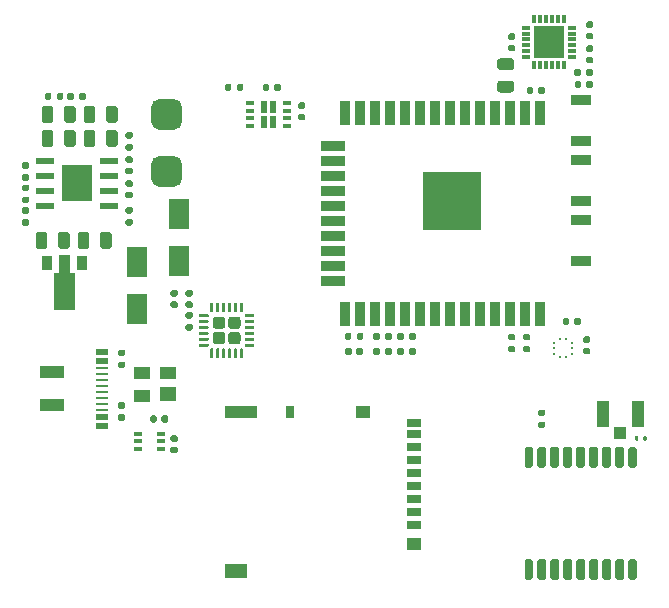
<source format=gbr>
%TF.GenerationSoftware,KiCad,Pcbnew,5.1.9*%
%TF.CreationDate,2021-03-07T20:19:58+01:00*%
%TF.ProjectId,obd32,6f626433-322e-46b6-9963-61645f706362,rev?*%
%TF.SameCoordinates,Original*%
%TF.FileFunction,Paste,Top*%
%TF.FilePolarity,Positive*%
%FSLAX46Y46*%
G04 Gerber Fmt 4.6, Leading zero omitted, Abs format (unit mm)*
G04 Created by KiCad (PCBNEW 5.1.9) date 2021-03-07 20:19:58*
%MOMM*%
%LPD*%
G01*
G04 APERTURE LIST*
%ADD10R,2.000000X1.000000*%
%ADD11R,1.000000X0.270000*%
%ADD12R,1.000000X0.520000*%
%ADD13R,0.254000X0.279400*%
%ADD14R,0.279400X0.254000*%
%ADD15R,1.041400X1.092200*%
%ADD16R,1.041400X2.260600*%
%ADD17R,1.900000X1.300000*%
%ADD18R,2.800000X1.000000*%
%ADD19R,0.800000X1.000000*%
%ADD20R,1.200000X1.000000*%
%ADD21R,1.200000X0.700000*%
%ADD22C,0.100000*%
%ADD23R,0.900000X1.300000*%
%ADD24R,0.900000X2.000000*%
%ADD25R,2.000000X0.900000*%
%ADD26R,5.000000X5.000000*%
%ADD27R,1.700000X0.900000*%
%ADD28R,1.400000X1.000000*%
%ADD29R,1.400000X1.200000*%
%ADD30R,1.800000X2.500000*%
%ADD31R,2.600000X3.100000*%
%ADD32R,1.550000X0.600000*%
%ADD33R,0.650000X0.400000*%
%ADD34R,2.650000X2.750000*%
%ADD35R,0.800000X0.300000*%
%ADD36R,0.300000X0.800000*%
%ADD37R,0.600000X1.000000*%
%ADD38R,0.650000X0.350000*%
G04 APERTURE END LIST*
D10*
%TO.C,J2*%
X199838500Y-93215000D03*
X199838500Y-96015000D03*
D11*
X204038500Y-94365000D03*
X204038500Y-96365000D03*
X204038500Y-95865000D03*
X204038500Y-95365000D03*
X204038500Y-94865000D03*
X204038500Y-93865000D03*
X204038500Y-93365000D03*
X204038500Y-92865000D03*
D12*
X204038500Y-97715000D03*
X204038500Y-96965000D03*
X204038500Y-92265000D03*
X204038500Y-91515000D03*
X204038500Y-91515000D03*
X204038500Y-92265000D03*
X204038500Y-96965000D03*
X204038500Y-97715000D03*
%TD*%
%TO.C,R13*%
G36*
G01*
X206560000Y-79770000D02*
X206190000Y-79770000D01*
G75*
G02*
X206055000Y-79635000I0J135000D01*
G01*
X206055000Y-79365000D01*
G75*
G02*
X206190000Y-79230000I135000J0D01*
G01*
X206560000Y-79230000D01*
G75*
G02*
X206695000Y-79365000I0J-135000D01*
G01*
X206695000Y-79635000D01*
G75*
G02*
X206560000Y-79770000I-135000J0D01*
G01*
G37*
G36*
G01*
X206560000Y-80790000D02*
X206190000Y-80790000D01*
G75*
G02*
X206055000Y-80655000I0J135000D01*
G01*
X206055000Y-80385000D01*
G75*
G02*
X206190000Y-80250000I135000J0D01*
G01*
X206560000Y-80250000D01*
G75*
G02*
X206695000Y-80385000I0J-135000D01*
G01*
X206695000Y-80655000D01*
G75*
G02*
X206560000Y-80790000I-135000J0D01*
G01*
G37*
%TD*%
%TO.C,R18*%
G36*
G01*
X241115000Y-97395000D02*
X241485000Y-97395000D01*
G75*
G02*
X241620000Y-97530000I0J-135000D01*
G01*
X241620000Y-97800000D01*
G75*
G02*
X241485000Y-97935000I-135000J0D01*
G01*
X241115000Y-97935000D01*
G75*
G02*
X240980000Y-97800000I0J135000D01*
G01*
X240980000Y-97530000D01*
G75*
G02*
X241115000Y-97395000I135000J0D01*
G01*
G37*
G36*
G01*
X241115000Y-96375000D02*
X241485000Y-96375000D01*
G75*
G02*
X241620000Y-96510000I0J-135000D01*
G01*
X241620000Y-96780000D01*
G75*
G02*
X241485000Y-96915000I-135000J0D01*
G01*
X241115000Y-96915000D01*
G75*
G02*
X240980000Y-96780000I0J135000D01*
G01*
X240980000Y-96510000D01*
G75*
G02*
X241115000Y-96375000I135000J0D01*
G01*
G37*
%TD*%
%TO.C,R17*%
G36*
G01*
X215025000Y-68903000D02*
X215025000Y-69273000D01*
G75*
G02*
X214890000Y-69408000I-135000J0D01*
G01*
X214620000Y-69408000D01*
G75*
G02*
X214485000Y-69273000I0J135000D01*
G01*
X214485000Y-68903000D01*
G75*
G02*
X214620000Y-68768000I135000J0D01*
G01*
X214890000Y-68768000D01*
G75*
G02*
X215025000Y-68903000I0J-135000D01*
G01*
G37*
G36*
G01*
X216045000Y-68903000D02*
X216045000Y-69273000D01*
G75*
G02*
X215910000Y-69408000I-135000J0D01*
G01*
X215640000Y-69408000D01*
G75*
G02*
X215505000Y-69273000I0J135000D01*
G01*
X215505000Y-68903000D01*
G75*
G02*
X215640000Y-68768000I135000J0D01*
G01*
X215910000Y-68768000D01*
G75*
G02*
X216045000Y-68903000I0J-135000D01*
G01*
G37*
%TD*%
%TO.C,R16*%
G36*
G01*
X205555000Y-96760000D02*
X205925000Y-96760000D01*
G75*
G02*
X206060000Y-96895000I0J-135000D01*
G01*
X206060000Y-97165000D01*
G75*
G02*
X205925000Y-97300000I-135000J0D01*
G01*
X205555000Y-97300000D01*
G75*
G02*
X205420000Y-97165000I0J135000D01*
G01*
X205420000Y-96895000D01*
G75*
G02*
X205555000Y-96760000I135000J0D01*
G01*
G37*
G36*
G01*
X205555000Y-95740000D02*
X205925000Y-95740000D01*
G75*
G02*
X206060000Y-95875000I0J-135000D01*
G01*
X206060000Y-96145000D01*
G75*
G02*
X205925000Y-96280000I-135000J0D01*
G01*
X205555000Y-96280000D01*
G75*
G02*
X205420000Y-96145000I0J135000D01*
G01*
X205420000Y-95875000D01*
G75*
G02*
X205555000Y-95740000I135000J0D01*
G01*
G37*
%TD*%
%TO.C,R15*%
G36*
G01*
X205555000Y-92315000D02*
X205925000Y-92315000D01*
G75*
G02*
X206060000Y-92450000I0J-135000D01*
G01*
X206060000Y-92720000D01*
G75*
G02*
X205925000Y-92855000I-135000J0D01*
G01*
X205555000Y-92855000D01*
G75*
G02*
X205420000Y-92720000I0J135000D01*
G01*
X205420000Y-92450000D01*
G75*
G02*
X205555000Y-92315000I135000J0D01*
G01*
G37*
G36*
G01*
X205555000Y-91295000D02*
X205925000Y-91295000D01*
G75*
G02*
X206060000Y-91430000I0J-135000D01*
G01*
X206060000Y-91700000D01*
G75*
G02*
X205925000Y-91835000I-135000J0D01*
G01*
X205555000Y-91835000D01*
G75*
G02*
X205420000Y-91700000I0J135000D01*
G01*
X205420000Y-91430000D01*
G75*
G02*
X205555000Y-91295000I135000J0D01*
G01*
G37*
%TD*%
%TO.C,R14*%
G36*
G01*
X211270000Y-89140000D02*
X211640000Y-89140000D01*
G75*
G02*
X211775000Y-89275000I0J-135000D01*
G01*
X211775000Y-89545000D01*
G75*
G02*
X211640000Y-89680000I-135000J0D01*
G01*
X211270000Y-89680000D01*
G75*
G02*
X211135000Y-89545000I0J135000D01*
G01*
X211135000Y-89275000D01*
G75*
G02*
X211270000Y-89140000I135000J0D01*
G01*
G37*
G36*
G01*
X211270000Y-88120000D02*
X211640000Y-88120000D01*
G75*
G02*
X211775000Y-88255000I0J-135000D01*
G01*
X211775000Y-88525000D01*
G75*
G02*
X211640000Y-88660000I-135000J0D01*
G01*
X211270000Y-88660000D01*
G75*
G02*
X211135000Y-88525000I0J135000D01*
G01*
X211135000Y-88255000D01*
G75*
G02*
X211270000Y-88120000I135000J0D01*
G01*
G37*
%TD*%
%TO.C,R12*%
G36*
G01*
X206560000Y-73420000D02*
X206190000Y-73420000D01*
G75*
G02*
X206055000Y-73285000I0J135000D01*
G01*
X206055000Y-73015000D01*
G75*
G02*
X206190000Y-72880000I135000J0D01*
G01*
X206560000Y-72880000D01*
G75*
G02*
X206695000Y-73015000I0J-135000D01*
G01*
X206695000Y-73285000D01*
G75*
G02*
X206560000Y-73420000I-135000J0D01*
G01*
G37*
G36*
G01*
X206560000Y-74440000D02*
X206190000Y-74440000D01*
G75*
G02*
X206055000Y-74305000I0J135000D01*
G01*
X206055000Y-74035000D01*
G75*
G02*
X206190000Y-73900000I135000J0D01*
G01*
X206560000Y-73900000D01*
G75*
G02*
X206695000Y-74035000I0J-135000D01*
G01*
X206695000Y-74305000D01*
G75*
G02*
X206560000Y-74440000I-135000J0D01*
G01*
G37*
%TD*%
%TO.C,R11*%
G36*
G01*
X201150000Y-70035000D02*
X201150000Y-69665000D01*
G75*
G02*
X201285000Y-69530000I135000J0D01*
G01*
X201555000Y-69530000D01*
G75*
G02*
X201690000Y-69665000I0J-135000D01*
G01*
X201690000Y-70035000D01*
G75*
G02*
X201555000Y-70170000I-135000J0D01*
G01*
X201285000Y-70170000D01*
G75*
G02*
X201150000Y-70035000I0J135000D01*
G01*
G37*
G36*
G01*
X202170000Y-70035000D02*
X202170000Y-69665000D01*
G75*
G02*
X202305000Y-69530000I135000J0D01*
G01*
X202575000Y-69530000D01*
G75*
G02*
X202710000Y-69665000I0J-135000D01*
G01*
X202710000Y-70035000D01*
G75*
G02*
X202575000Y-70170000I-135000J0D01*
G01*
X202305000Y-70170000D01*
G75*
G02*
X202170000Y-70035000I0J135000D01*
G01*
G37*
%TD*%
%TO.C,R10*%
G36*
G01*
X199245000Y-70035000D02*
X199245000Y-69665000D01*
G75*
G02*
X199380000Y-69530000I135000J0D01*
G01*
X199650000Y-69530000D01*
G75*
G02*
X199785000Y-69665000I0J-135000D01*
G01*
X199785000Y-70035000D01*
G75*
G02*
X199650000Y-70170000I-135000J0D01*
G01*
X199380000Y-70170000D01*
G75*
G02*
X199245000Y-70035000I0J135000D01*
G01*
G37*
G36*
G01*
X200265000Y-70035000D02*
X200265000Y-69665000D01*
G75*
G02*
X200400000Y-69530000I135000J0D01*
G01*
X200670000Y-69530000D01*
G75*
G02*
X200805000Y-69665000I0J-135000D01*
G01*
X200805000Y-70035000D01*
G75*
G02*
X200670000Y-70170000I-135000J0D01*
G01*
X200400000Y-70170000D01*
G75*
G02*
X200265000Y-70035000I0J135000D01*
G01*
G37*
%TD*%
%TO.C,R9*%
G36*
G01*
X197427000Y-80250000D02*
X197797000Y-80250000D01*
G75*
G02*
X197932000Y-80385000I0J-135000D01*
G01*
X197932000Y-80655000D01*
G75*
G02*
X197797000Y-80790000I-135000J0D01*
G01*
X197427000Y-80790000D01*
G75*
G02*
X197292000Y-80655000I0J135000D01*
G01*
X197292000Y-80385000D01*
G75*
G02*
X197427000Y-80250000I135000J0D01*
G01*
G37*
G36*
G01*
X197427000Y-79230000D02*
X197797000Y-79230000D01*
G75*
G02*
X197932000Y-79365000I0J-135000D01*
G01*
X197932000Y-79635000D01*
G75*
G02*
X197797000Y-79770000I-135000J0D01*
G01*
X197427000Y-79770000D01*
G75*
G02*
X197292000Y-79635000I0J135000D01*
G01*
X197292000Y-79365000D01*
G75*
G02*
X197427000Y-79230000I135000J0D01*
G01*
G37*
%TD*%
%TO.C,R8*%
G36*
G01*
X197427000Y-78345000D02*
X197797000Y-78345000D01*
G75*
G02*
X197932000Y-78480000I0J-135000D01*
G01*
X197932000Y-78750000D01*
G75*
G02*
X197797000Y-78885000I-135000J0D01*
G01*
X197427000Y-78885000D01*
G75*
G02*
X197292000Y-78750000I0J135000D01*
G01*
X197292000Y-78480000D01*
G75*
G02*
X197427000Y-78345000I135000J0D01*
G01*
G37*
G36*
G01*
X197427000Y-77325000D02*
X197797000Y-77325000D01*
G75*
G02*
X197932000Y-77460000I0J-135000D01*
G01*
X197932000Y-77730000D01*
G75*
G02*
X197797000Y-77865000I-135000J0D01*
G01*
X197427000Y-77865000D01*
G75*
G02*
X197292000Y-77730000I0J135000D01*
G01*
X197292000Y-77460000D01*
G75*
G02*
X197427000Y-77325000I135000J0D01*
G01*
G37*
%TD*%
%TO.C,R7*%
G36*
G01*
X197797000Y-75960000D02*
X197427000Y-75960000D01*
G75*
G02*
X197292000Y-75825000I0J135000D01*
G01*
X197292000Y-75555000D01*
G75*
G02*
X197427000Y-75420000I135000J0D01*
G01*
X197797000Y-75420000D01*
G75*
G02*
X197932000Y-75555000I0J-135000D01*
G01*
X197932000Y-75825000D01*
G75*
G02*
X197797000Y-75960000I-135000J0D01*
G01*
G37*
G36*
G01*
X197797000Y-76980000D02*
X197427000Y-76980000D01*
G75*
G02*
X197292000Y-76845000I0J135000D01*
G01*
X197292000Y-76575000D01*
G75*
G02*
X197427000Y-76440000I135000J0D01*
G01*
X197797000Y-76440000D01*
G75*
G02*
X197932000Y-76575000I0J-135000D01*
G01*
X197932000Y-76845000D01*
G75*
G02*
X197797000Y-76980000I-135000J0D01*
G01*
G37*
%TD*%
%TO.C,R6*%
G36*
G01*
X229630000Y-89985000D02*
X229630000Y-90355000D01*
G75*
G02*
X229495000Y-90490000I-135000J0D01*
G01*
X229225000Y-90490000D01*
G75*
G02*
X229090000Y-90355000I0J135000D01*
G01*
X229090000Y-89985000D01*
G75*
G02*
X229225000Y-89850000I135000J0D01*
G01*
X229495000Y-89850000D01*
G75*
G02*
X229630000Y-89985000I0J-135000D01*
G01*
G37*
G36*
G01*
X230650000Y-89985000D02*
X230650000Y-90355000D01*
G75*
G02*
X230515000Y-90490000I-135000J0D01*
G01*
X230245000Y-90490000D01*
G75*
G02*
X230110000Y-90355000I0J135000D01*
G01*
X230110000Y-89985000D01*
G75*
G02*
X230245000Y-89850000I135000J0D01*
G01*
X230515000Y-89850000D01*
G75*
G02*
X230650000Y-89985000I0J-135000D01*
G01*
G37*
%TD*%
%TO.C,R5*%
G36*
G01*
X227598000Y-89985000D02*
X227598000Y-90355000D01*
G75*
G02*
X227463000Y-90490000I-135000J0D01*
G01*
X227193000Y-90490000D01*
G75*
G02*
X227058000Y-90355000I0J135000D01*
G01*
X227058000Y-89985000D01*
G75*
G02*
X227193000Y-89850000I135000J0D01*
G01*
X227463000Y-89850000D01*
G75*
G02*
X227598000Y-89985000I0J-135000D01*
G01*
G37*
G36*
G01*
X228618000Y-89985000D02*
X228618000Y-90355000D01*
G75*
G02*
X228483000Y-90490000I-135000J0D01*
G01*
X228213000Y-90490000D01*
G75*
G02*
X228078000Y-90355000I0J135000D01*
G01*
X228078000Y-89985000D01*
G75*
G02*
X228213000Y-89850000I135000J0D01*
G01*
X228483000Y-89850000D01*
G75*
G02*
X228618000Y-89985000I0J-135000D01*
G01*
G37*
%TD*%
%TO.C,R4*%
G36*
G01*
X225185000Y-89985000D02*
X225185000Y-90355000D01*
G75*
G02*
X225050000Y-90490000I-135000J0D01*
G01*
X224780000Y-90490000D01*
G75*
G02*
X224645000Y-90355000I0J135000D01*
G01*
X224645000Y-89985000D01*
G75*
G02*
X224780000Y-89850000I135000J0D01*
G01*
X225050000Y-89850000D01*
G75*
G02*
X225185000Y-89985000I0J-135000D01*
G01*
G37*
G36*
G01*
X226205000Y-89985000D02*
X226205000Y-90355000D01*
G75*
G02*
X226070000Y-90490000I-135000J0D01*
G01*
X225800000Y-90490000D01*
G75*
G02*
X225665000Y-90355000I0J135000D01*
G01*
X225665000Y-89985000D01*
G75*
G02*
X225800000Y-89850000I135000J0D01*
G01*
X226070000Y-89850000D01*
G75*
G02*
X226205000Y-89985000I0J-135000D01*
G01*
G37*
%TD*%
%TO.C,R3*%
G36*
G01*
X245096000Y-68003000D02*
X245096000Y-67633000D01*
G75*
G02*
X245231000Y-67498000I135000J0D01*
G01*
X245501000Y-67498000D01*
G75*
G02*
X245636000Y-67633000I0J-135000D01*
G01*
X245636000Y-68003000D01*
G75*
G02*
X245501000Y-68138000I-135000J0D01*
G01*
X245231000Y-68138000D01*
G75*
G02*
X245096000Y-68003000I0J135000D01*
G01*
G37*
G36*
G01*
X244076000Y-68003000D02*
X244076000Y-67633000D01*
G75*
G02*
X244211000Y-67498000I135000J0D01*
G01*
X244481000Y-67498000D01*
G75*
G02*
X244616000Y-67633000I0J-135000D01*
G01*
X244616000Y-68003000D01*
G75*
G02*
X244481000Y-68138000I-135000J0D01*
G01*
X244211000Y-68138000D01*
G75*
G02*
X244076000Y-68003000I0J135000D01*
G01*
G37*
%TD*%
%TO.C,R2*%
G36*
G01*
X240215000Y-90504000D02*
X239845000Y-90504000D01*
G75*
G02*
X239710000Y-90369000I0J135000D01*
G01*
X239710000Y-90099000D01*
G75*
G02*
X239845000Y-89964000I135000J0D01*
G01*
X240215000Y-89964000D01*
G75*
G02*
X240350000Y-90099000I0J-135000D01*
G01*
X240350000Y-90369000D01*
G75*
G02*
X240215000Y-90504000I-135000J0D01*
G01*
G37*
G36*
G01*
X240215000Y-91524000D02*
X239845000Y-91524000D01*
G75*
G02*
X239710000Y-91389000I0J135000D01*
G01*
X239710000Y-91119000D01*
G75*
G02*
X239845000Y-90984000I135000J0D01*
G01*
X240215000Y-90984000D01*
G75*
G02*
X240350000Y-91119000I0J-135000D01*
G01*
X240350000Y-91389000D01*
G75*
G02*
X240215000Y-91524000I-135000J0D01*
G01*
G37*
%TD*%
%TO.C,R1*%
G36*
G01*
X238575000Y-90984000D02*
X238945000Y-90984000D01*
G75*
G02*
X239080000Y-91119000I0J-135000D01*
G01*
X239080000Y-91389000D01*
G75*
G02*
X238945000Y-91524000I-135000J0D01*
G01*
X238575000Y-91524000D01*
G75*
G02*
X238440000Y-91389000I0J135000D01*
G01*
X238440000Y-91119000D01*
G75*
G02*
X238575000Y-90984000I135000J0D01*
G01*
G37*
G36*
G01*
X238575000Y-89964000D02*
X238945000Y-89964000D01*
G75*
G02*
X239080000Y-90099000I0J-135000D01*
G01*
X239080000Y-90369000D01*
G75*
G02*
X238945000Y-90504000I-135000J0D01*
G01*
X238575000Y-90504000D01*
G75*
G02*
X238440000Y-90369000I0J135000D01*
G01*
X238440000Y-90099000D01*
G75*
G02*
X238575000Y-89964000I135000J0D01*
G01*
G37*
%TD*%
%TO.C,C22*%
G36*
G01*
X243640000Y-88730000D02*
X243640000Y-89070000D01*
G75*
G02*
X243500000Y-89210000I-140000J0D01*
G01*
X243220000Y-89210000D01*
G75*
G02*
X243080000Y-89070000I0J140000D01*
G01*
X243080000Y-88730000D01*
G75*
G02*
X243220000Y-88590000I140000J0D01*
G01*
X243500000Y-88590000D01*
G75*
G02*
X243640000Y-88730000I0J-140000D01*
G01*
G37*
G36*
G01*
X244600000Y-88730000D02*
X244600000Y-89070000D01*
G75*
G02*
X244460000Y-89210000I-140000J0D01*
G01*
X244180000Y-89210000D01*
G75*
G02*
X244040000Y-89070000I0J140000D01*
G01*
X244040000Y-88730000D01*
G75*
G02*
X244180000Y-88590000I140000J0D01*
G01*
X244460000Y-88590000D01*
G75*
G02*
X244600000Y-88730000I0J-140000D01*
G01*
G37*
%TD*%
%TO.C,C21*%
G36*
G01*
X210355000Y-99114000D02*
X210015000Y-99114000D01*
G75*
G02*
X209875000Y-98974000I0J140000D01*
G01*
X209875000Y-98694000D01*
G75*
G02*
X210015000Y-98554000I140000J0D01*
G01*
X210355000Y-98554000D01*
G75*
G02*
X210495000Y-98694000I0J-140000D01*
G01*
X210495000Y-98974000D01*
G75*
G02*
X210355000Y-99114000I-140000J0D01*
G01*
G37*
G36*
G01*
X210355000Y-100074000D02*
X210015000Y-100074000D01*
G75*
G02*
X209875000Y-99934000I0J140000D01*
G01*
X209875000Y-99654000D01*
G75*
G02*
X210015000Y-99514000I140000J0D01*
G01*
X210355000Y-99514000D01*
G75*
G02*
X210495000Y-99654000I0J-140000D01*
G01*
X210495000Y-99934000D01*
G75*
G02*
X210355000Y-100074000I-140000J0D01*
G01*
G37*
%TD*%
%TO.C,C20*%
G36*
G01*
X220810000Y-71320000D02*
X221150000Y-71320000D01*
G75*
G02*
X221290000Y-71460000I0J-140000D01*
G01*
X221290000Y-71740000D01*
G75*
G02*
X221150000Y-71880000I-140000J0D01*
G01*
X220810000Y-71880000D01*
G75*
G02*
X220670000Y-71740000I0J140000D01*
G01*
X220670000Y-71460000D01*
G75*
G02*
X220810000Y-71320000I140000J0D01*
G01*
G37*
G36*
G01*
X220810000Y-70360000D02*
X221150000Y-70360000D01*
G75*
G02*
X221290000Y-70500000I0J-140000D01*
G01*
X221290000Y-70780000D01*
G75*
G02*
X221150000Y-70920000I-140000J0D01*
G01*
X220810000Y-70920000D01*
G75*
G02*
X220670000Y-70780000I0J140000D01*
G01*
X220670000Y-70500000D01*
G75*
G02*
X220810000Y-70360000I140000J0D01*
G01*
G37*
%TD*%
%TO.C,C19*%
G36*
G01*
X209115000Y-97325000D02*
X209115000Y-96985000D01*
G75*
G02*
X209255000Y-96845000I140000J0D01*
G01*
X209535000Y-96845000D01*
G75*
G02*
X209675000Y-96985000I0J-140000D01*
G01*
X209675000Y-97325000D01*
G75*
G02*
X209535000Y-97465000I-140000J0D01*
G01*
X209255000Y-97465000D01*
G75*
G02*
X209115000Y-97325000I0J140000D01*
G01*
G37*
G36*
G01*
X208155000Y-97325000D02*
X208155000Y-96985000D01*
G75*
G02*
X208295000Y-96845000I140000J0D01*
G01*
X208575000Y-96845000D01*
G75*
G02*
X208715000Y-96985000I0J-140000D01*
G01*
X208715000Y-97325000D01*
G75*
G02*
X208575000Y-97465000I-140000J0D01*
G01*
X208295000Y-97465000D01*
G75*
G02*
X208155000Y-97325000I0J140000D01*
G01*
G37*
%TD*%
%TO.C,C18*%
G36*
G01*
X218240000Y-68918000D02*
X218240000Y-69258000D01*
G75*
G02*
X218100000Y-69398000I-140000J0D01*
G01*
X217820000Y-69398000D01*
G75*
G02*
X217680000Y-69258000I0J140000D01*
G01*
X217680000Y-68918000D01*
G75*
G02*
X217820000Y-68778000I140000J0D01*
G01*
X218100000Y-68778000D01*
G75*
G02*
X218240000Y-68918000I0J-140000D01*
G01*
G37*
G36*
G01*
X219200000Y-68918000D02*
X219200000Y-69258000D01*
G75*
G02*
X219060000Y-69398000I-140000J0D01*
G01*
X218780000Y-69398000D01*
G75*
G02*
X218640000Y-69258000I0J140000D01*
G01*
X218640000Y-68918000D01*
G75*
G02*
X218780000Y-68778000I140000J0D01*
G01*
X219060000Y-68778000D01*
G75*
G02*
X219200000Y-68918000I0J-140000D01*
G01*
G37*
%TD*%
%TO.C,C17*%
G36*
G01*
X245280000Y-90732000D02*
X244940000Y-90732000D01*
G75*
G02*
X244800000Y-90592000I0J140000D01*
G01*
X244800000Y-90312000D01*
G75*
G02*
X244940000Y-90172000I140000J0D01*
G01*
X245280000Y-90172000D01*
G75*
G02*
X245420000Y-90312000I0J-140000D01*
G01*
X245420000Y-90592000D01*
G75*
G02*
X245280000Y-90732000I-140000J0D01*
G01*
G37*
G36*
G01*
X245280000Y-91692000D02*
X244940000Y-91692000D01*
G75*
G02*
X244800000Y-91552000I0J140000D01*
G01*
X244800000Y-91272000D01*
G75*
G02*
X244940000Y-91132000I140000J0D01*
G01*
X245280000Y-91132000D01*
G75*
G02*
X245420000Y-91272000I0J-140000D01*
G01*
X245420000Y-91552000D01*
G75*
G02*
X245280000Y-91692000I-140000J0D01*
G01*
G37*
%TD*%
%TO.C,C16*%
G36*
G01*
X245534000Y-66094000D02*
X245194000Y-66094000D01*
G75*
G02*
X245054000Y-65954000I0J140000D01*
G01*
X245054000Y-65674000D01*
G75*
G02*
X245194000Y-65534000I140000J0D01*
G01*
X245534000Y-65534000D01*
G75*
G02*
X245674000Y-65674000I0J-140000D01*
G01*
X245674000Y-65954000D01*
G75*
G02*
X245534000Y-66094000I-140000J0D01*
G01*
G37*
G36*
G01*
X245534000Y-67054000D02*
X245194000Y-67054000D01*
G75*
G02*
X245054000Y-66914000I0J140000D01*
G01*
X245054000Y-66634000D01*
G75*
G02*
X245194000Y-66494000I140000J0D01*
G01*
X245534000Y-66494000D01*
G75*
G02*
X245674000Y-66634000I0J-140000D01*
G01*
X245674000Y-66914000D01*
G75*
G02*
X245534000Y-67054000I-140000J0D01*
G01*
G37*
%TD*%
%TO.C,C15*%
G36*
G01*
X238590000Y-65478000D02*
X238930000Y-65478000D01*
G75*
G02*
X239070000Y-65618000I0J-140000D01*
G01*
X239070000Y-65898000D01*
G75*
G02*
X238930000Y-66038000I-140000J0D01*
G01*
X238590000Y-66038000D01*
G75*
G02*
X238450000Y-65898000I0J140000D01*
G01*
X238450000Y-65618000D01*
G75*
G02*
X238590000Y-65478000I140000J0D01*
G01*
G37*
G36*
G01*
X238590000Y-64518000D02*
X238930000Y-64518000D01*
G75*
G02*
X239070000Y-64658000I0J-140000D01*
G01*
X239070000Y-64938000D01*
G75*
G02*
X238930000Y-65078000I-140000J0D01*
G01*
X238590000Y-65078000D01*
G75*
G02*
X238450000Y-64938000I0J140000D01*
G01*
X238450000Y-64658000D01*
G75*
G02*
X238590000Y-64518000I140000J0D01*
G01*
G37*
%TD*%
%TO.C,C14*%
G36*
G01*
X245194000Y-64462000D02*
X245534000Y-64462000D01*
G75*
G02*
X245674000Y-64602000I0J-140000D01*
G01*
X245674000Y-64882000D01*
G75*
G02*
X245534000Y-65022000I-140000J0D01*
G01*
X245194000Y-65022000D01*
G75*
G02*
X245054000Y-64882000I0J140000D01*
G01*
X245054000Y-64602000D01*
G75*
G02*
X245194000Y-64462000I140000J0D01*
G01*
G37*
G36*
G01*
X245194000Y-63502000D02*
X245534000Y-63502000D01*
G75*
G02*
X245674000Y-63642000I0J-140000D01*
G01*
X245674000Y-63922000D01*
G75*
G02*
X245534000Y-64062000I-140000J0D01*
G01*
X245194000Y-64062000D01*
G75*
G02*
X245054000Y-63922000I0J140000D01*
G01*
X245054000Y-63642000D01*
G75*
G02*
X245194000Y-63502000I140000J0D01*
G01*
G37*
%TD*%
%TO.C,C10*%
G36*
G01*
X210355000Y-86795000D02*
X210015000Y-86795000D01*
G75*
G02*
X209875000Y-86655000I0J140000D01*
G01*
X209875000Y-86375000D01*
G75*
G02*
X210015000Y-86235000I140000J0D01*
G01*
X210355000Y-86235000D01*
G75*
G02*
X210495000Y-86375000I0J-140000D01*
G01*
X210495000Y-86655000D01*
G75*
G02*
X210355000Y-86795000I-140000J0D01*
G01*
G37*
G36*
G01*
X210355000Y-87755000D02*
X210015000Y-87755000D01*
G75*
G02*
X209875000Y-87615000I0J140000D01*
G01*
X209875000Y-87335000D01*
G75*
G02*
X210015000Y-87195000I140000J0D01*
G01*
X210355000Y-87195000D01*
G75*
G02*
X210495000Y-87335000I0J-140000D01*
G01*
X210495000Y-87615000D01*
G75*
G02*
X210355000Y-87755000I-140000J0D01*
G01*
G37*
%TD*%
%TO.C,C9*%
G36*
G01*
X240992000Y-69512000D02*
X240992000Y-69172000D01*
G75*
G02*
X241132000Y-69032000I140000J0D01*
G01*
X241412000Y-69032000D01*
G75*
G02*
X241552000Y-69172000I0J-140000D01*
G01*
X241552000Y-69512000D01*
G75*
G02*
X241412000Y-69652000I-140000J0D01*
G01*
X241132000Y-69652000D01*
G75*
G02*
X240992000Y-69512000I0J140000D01*
G01*
G37*
G36*
G01*
X240032000Y-69512000D02*
X240032000Y-69172000D01*
G75*
G02*
X240172000Y-69032000I140000J0D01*
G01*
X240452000Y-69032000D01*
G75*
G02*
X240592000Y-69172000I0J-140000D01*
G01*
X240592000Y-69512000D01*
G75*
G02*
X240452000Y-69652000I-140000J0D01*
G01*
X240172000Y-69652000D01*
G75*
G02*
X240032000Y-69512000I0J140000D01*
G01*
G37*
%TD*%
%TO.C,C7*%
G36*
G01*
X211625000Y-86795000D02*
X211285000Y-86795000D01*
G75*
G02*
X211145000Y-86655000I0J140000D01*
G01*
X211145000Y-86375000D01*
G75*
G02*
X211285000Y-86235000I140000J0D01*
G01*
X211625000Y-86235000D01*
G75*
G02*
X211765000Y-86375000I0J-140000D01*
G01*
X211765000Y-86655000D01*
G75*
G02*
X211625000Y-86795000I-140000J0D01*
G01*
G37*
G36*
G01*
X211625000Y-87755000D02*
X211285000Y-87755000D01*
G75*
G02*
X211145000Y-87615000I0J140000D01*
G01*
X211145000Y-87335000D01*
G75*
G02*
X211285000Y-87195000I140000J0D01*
G01*
X211625000Y-87195000D01*
G75*
G02*
X211765000Y-87335000I0J-140000D01*
G01*
X211765000Y-87615000D01*
G75*
G02*
X211625000Y-87755000I-140000J0D01*
G01*
G37*
%TD*%
%TO.C,C2*%
G36*
G01*
X244656000Y-68664000D02*
X244656000Y-69004000D01*
G75*
G02*
X244516000Y-69144000I-140000J0D01*
G01*
X244236000Y-69144000D01*
G75*
G02*
X244096000Y-69004000I0J140000D01*
G01*
X244096000Y-68664000D01*
G75*
G02*
X244236000Y-68524000I140000J0D01*
G01*
X244516000Y-68524000D01*
G75*
G02*
X244656000Y-68664000I0J-140000D01*
G01*
G37*
G36*
G01*
X245616000Y-68664000D02*
X245616000Y-69004000D01*
G75*
G02*
X245476000Y-69144000I-140000J0D01*
G01*
X245196000Y-69144000D01*
G75*
G02*
X245056000Y-69004000I0J140000D01*
G01*
X245056000Y-68664000D01*
G75*
G02*
X245196000Y-68524000I140000J0D01*
G01*
X245476000Y-68524000D01*
G75*
G02*
X245616000Y-68664000I0J-140000D01*
G01*
G37*
%TD*%
D13*
%TO.C,U6*%
X242828000Y-90424000D03*
X243328000Y-90424000D03*
D14*
X243840000Y-90686001D03*
X243840000Y-91186000D03*
X243840000Y-91685999D03*
D13*
X243328000Y-91948000D03*
X242828000Y-91948000D03*
D14*
X242316000Y-91685999D03*
X242316000Y-91186000D03*
X242316000Y-90686001D03*
%TD*%
D15*
%TO.C,J7*%
X247957500Y-98370000D03*
D16*
X249428000Y-96774000D03*
X246487000Y-96774000D03*
%TD*%
%TO.C,U9*%
G36*
G01*
X240377000Y-101306000D02*
X240027000Y-101306000D01*
G75*
G02*
X239852000Y-101131000I0J175000D01*
G01*
X239852000Y-99681000D01*
G75*
G02*
X240027000Y-99506000I175000J0D01*
G01*
X240377000Y-99506000D01*
G75*
G02*
X240552000Y-99681000I0J-175000D01*
G01*
X240552000Y-101131000D01*
G75*
G02*
X240377000Y-101306000I-175000J0D01*
G01*
G37*
G36*
G01*
X241502000Y-101306000D02*
X241102000Y-101306000D01*
G75*
G02*
X240902000Y-101106000I0J200000D01*
G01*
X240902000Y-99706000D01*
G75*
G02*
X241102000Y-99506000I200000J0D01*
G01*
X241502000Y-99506000D01*
G75*
G02*
X241702000Y-99706000I0J-200000D01*
G01*
X241702000Y-101106000D01*
G75*
G02*
X241502000Y-101306000I-200000J0D01*
G01*
G37*
G36*
G01*
X242602000Y-101306000D02*
X242202000Y-101306000D01*
G75*
G02*
X242002000Y-101106000I0J200000D01*
G01*
X242002000Y-99706000D01*
G75*
G02*
X242202000Y-99506000I200000J0D01*
G01*
X242602000Y-99506000D01*
G75*
G02*
X242802000Y-99706000I0J-200000D01*
G01*
X242802000Y-101106000D01*
G75*
G02*
X242602000Y-101306000I-200000J0D01*
G01*
G37*
G36*
G01*
X243702000Y-101306000D02*
X243302000Y-101306000D01*
G75*
G02*
X243102000Y-101106000I0J200000D01*
G01*
X243102000Y-99706000D01*
G75*
G02*
X243302000Y-99506000I200000J0D01*
G01*
X243702000Y-99506000D01*
G75*
G02*
X243902000Y-99706000I0J-200000D01*
G01*
X243902000Y-101106000D01*
G75*
G02*
X243702000Y-101306000I-200000J0D01*
G01*
G37*
G36*
G01*
X244802000Y-101306000D02*
X244402000Y-101306000D01*
G75*
G02*
X244202000Y-101106000I0J200000D01*
G01*
X244202000Y-99706000D01*
G75*
G02*
X244402000Y-99506000I200000J0D01*
G01*
X244802000Y-99506000D01*
G75*
G02*
X245002000Y-99706000I0J-200000D01*
G01*
X245002000Y-101106000D01*
G75*
G02*
X244802000Y-101306000I-200000J0D01*
G01*
G37*
G36*
G01*
X245902000Y-101306000D02*
X245502000Y-101306000D01*
G75*
G02*
X245302000Y-101106000I0J200000D01*
G01*
X245302000Y-99706000D01*
G75*
G02*
X245502000Y-99506000I200000J0D01*
G01*
X245902000Y-99506000D01*
G75*
G02*
X246102000Y-99706000I0J-200000D01*
G01*
X246102000Y-101106000D01*
G75*
G02*
X245902000Y-101306000I-200000J0D01*
G01*
G37*
G36*
G01*
X247002000Y-101306000D02*
X246602000Y-101306000D01*
G75*
G02*
X246402000Y-101106000I0J200000D01*
G01*
X246402000Y-99706000D01*
G75*
G02*
X246602000Y-99506000I200000J0D01*
G01*
X247002000Y-99506000D01*
G75*
G02*
X247202000Y-99706000I0J-200000D01*
G01*
X247202000Y-101106000D01*
G75*
G02*
X247002000Y-101306000I-200000J0D01*
G01*
G37*
G36*
G01*
X248102000Y-101306000D02*
X247702000Y-101306000D01*
G75*
G02*
X247502000Y-101106000I0J200000D01*
G01*
X247502000Y-99706000D01*
G75*
G02*
X247702000Y-99506000I200000J0D01*
G01*
X248102000Y-99506000D01*
G75*
G02*
X248302000Y-99706000I0J-200000D01*
G01*
X248302000Y-101106000D01*
G75*
G02*
X248102000Y-101306000I-200000J0D01*
G01*
G37*
G36*
G01*
X249177000Y-101306000D02*
X248827000Y-101306000D01*
G75*
G02*
X248652000Y-101131000I0J175000D01*
G01*
X248652000Y-99681000D01*
G75*
G02*
X248827000Y-99506000I175000J0D01*
G01*
X249177000Y-99506000D01*
G75*
G02*
X249352000Y-99681000I0J-175000D01*
G01*
X249352000Y-101131000D01*
G75*
G02*
X249177000Y-101306000I-175000J0D01*
G01*
G37*
G36*
G01*
X249177000Y-110806000D02*
X248827000Y-110806000D01*
G75*
G02*
X248652000Y-110631000I0J175000D01*
G01*
X248652000Y-109181000D01*
G75*
G02*
X248827000Y-109006000I175000J0D01*
G01*
X249177000Y-109006000D01*
G75*
G02*
X249352000Y-109181000I0J-175000D01*
G01*
X249352000Y-110631000D01*
G75*
G02*
X249177000Y-110806000I-175000J0D01*
G01*
G37*
G36*
G01*
X248102000Y-110806000D02*
X247702000Y-110806000D01*
G75*
G02*
X247502000Y-110606000I0J200000D01*
G01*
X247502000Y-109206000D01*
G75*
G02*
X247702000Y-109006000I200000J0D01*
G01*
X248102000Y-109006000D01*
G75*
G02*
X248302000Y-109206000I0J-200000D01*
G01*
X248302000Y-110606000D01*
G75*
G02*
X248102000Y-110806000I-200000J0D01*
G01*
G37*
G36*
G01*
X247002000Y-110806000D02*
X246602000Y-110806000D01*
G75*
G02*
X246402000Y-110606000I0J200000D01*
G01*
X246402000Y-109206000D01*
G75*
G02*
X246602000Y-109006000I200000J0D01*
G01*
X247002000Y-109006000D01*
G75*
G02*
X247202000Y-109206000I0J-200000D01*
G01*
X247202000Y-110606000D01*
G75*
G02*
X247002000Y-110806000I-200000J0D01*
G01*
G37*
G36*
G01*
X245902000Y-110806000D02*
X245502000Y-110806000D01*
G75*
G02*
X245302000Y-110606000I0J200000D01*
G01*
X245302000Y-109206000D01*
G75*
G02*
X245502000Y-109006000I200000J0D01*
G01*
X245902000Y-109006000D01*
G75*
G02*
X246102000Y-109206000I0J-200000D01*
G01*
X246102000Y-110606000D01*
G75*
G02*
X245902000Y-110806000I-200000J0D01*
G01*
G37*
G36*
G01*
X244802000Y-110806000D02*
X244402000Y-110806000D01*
G75*
G02*
X244202000Y-110606000I0J200000D01*
G01*
X244202000Y-109206000D01*
G75*
G02*
X244402000Y-109006000I200000J0D01*
G01*
X244802000Y-109006000D01*
G75*
G02*
X245002000Y-109206000I0J-200000D01*
G01*
X245002000Y-110606000D01*
G75*
G02*
X244802000Y-110806000I-200000J0D01*
G01*
G37*
G36*
G01*
X243702000Y-110806000D02*
X243302000Y-110806000D01*
G75*
G02*
X243102000Y-110606000I0J200000D01*
G01*
X243102000Y-109206000D01*
G75*
G02*
X243302000Y-109006000I200000J0D01*
G01*
X243702000Y-109006000D01*
G75*
G02*
X243902000Y-109206000I0J-200000D01*
G01*
X243902000Y-110606000D01*
G75*
G02*
X243702000Y-110806000I-200000J0D01*
G01*
G37*
G36*
G01*
X242602000Y-110806000D02*
X242202000Y-110806000D01*
G75*
G02*
X242002000Y-110606000I0J200000D01*
G01*
X242002000Y-109206000D01*
G75*
G02*
X242202000Y-109006000I200000J0D01*
G01*
X242602000Y-109006000D01*
G75*
G02*
X242802000Y-109206000I0J-200000D01*
G01*
X242802000Y-110606000D01*
G75*
G02*
X242602000Y-110806000I-200000J0D01*
G01*
G37*
G36*
G01*
X241502000Y-110806000D02*
X241102000Y-110806000D01*
G75*
G02*
X240902000Y-110606000I0J200000D01*
G01*
X240902000Y-109206000D01*
G75*
G02*
X241102000Y-109006000I200000J0D01*
G01*
X241502000Y-109006000D01*
G75*
G02*
X241702000Y-109206000I0J-200000D01*
G01*
X241702000Y-110606000D01*
G75*
G02*
X241502000Y-110806000I-200000J0D01*
G01*
G37*
G36*
G01*
X240377000Y-110806000D02*
X240027000Y-110806000D01*
G75*
G02*
X239852000Y-110631000I0J175000D01*
G01*
X239852000Y-109181000D01*
G75*
G02*
X240027000Y-109006000I175000J0D01*
G01*
X240377000Y-109006000D01*
G75*
G02*
X240552000Y-109181000I0J-175000D01*
G01*
X240552000Y-110631000D01*
G75*
G02*
X240377000Y-110806000I-175000J0D01*
G01*
G37*
%TD*%
D17*
%TO.C,J6*%
X215383000Y-110053000D03*
D18*
X215833000Y-96553000D03*
D19*
X219983000Y-96553000D03*
D20*
X226183000Y-96553000D03*
X230483000Y-107703000D03*
D21*
X230483000Y-99553000D03*
X230483000Y-100653000D03*
X230483000Y-101753000D03*
X230483000Y-102853000D03*
X230483000Y-103953000D03*
X230483000Y-105053000D03*
X230483000Y-106153000D03*
X230483000Y-98453000D03*
X230483000Y-97503000D03*
%TD*%
%TO.C,D7*%
G36*
G01*
X249868000Y-98906500D02*
X249868000Y-98705500D01*
G75*
G02*
X249947500Y-98626000I79500J0D01*
G01*
X250106500Y-98626000D01*
G75*
G02*
X250186000Y-98705500I0J-79500D01*
G01*
X250186000Y-98906500D01*
G75*
G02*
X250106500Y-98986000I-79500J0D01*
G01*
X249947500Y-98986000D01*
G75*
G02*
X249868000Y-98906500I0J79500D01*
G01*
G37*
G36*
G01*
X249178000Y-98906500D02*
X249178000Y-98705500D01*
G75*
G02*
X249257500Y-98626000I79500J0D01*
G01*
X249416500Y-98626000D01*
G75*
G02*
X249496000Y-98705500I0J-79500D01*
G01*
X249496000Y-98906500D01*
G75*
G02*
X249416500Y-98986000I-79500J0D01*
G01*
X249257500Y-98986000D01*
G75*
G02*
X249178000Y-98906500I0J79500D01*
G01*
G37*
%TD*%
D22*
%TO.C,U3*%
G36*
X200047500Y-87898000D02*
G01*
X200047500Y-84773000D01*
X200464000Y-84773000D01*
X200464000Y-83298000D01*
X201364000Y-83298000D01*
X201364000Y-84773000D01*
X201780500Y-84773000D01*
X201780500Y-87898000D01*
X200047500Y-87898000D01*
G37*
D23*
X199414000Y-83948000D03*
X202414000Y-83948000D03*
%TD*%
D24*
%TO.C,U2*%
X241180000Y-88240000D03*
X239910000Y-88240000D03*
X238640000Y-88240000D03*
X237370000Y-88240000D03*
X236100000Y-88240000D03*
X234830000Y-88240000D03*
X233560000Y-88240000D03*
X232290000Y-88240000D03*
X231020000Y-88240000D03*
X229750000Y-88240000D03*
X228480000Y-88240000D03*
X227210000Y-88240000D03*
X225940000Y-88240000D03*
X224670000Y-88240000D03*
D25*
X223670000Y-85455000D03*
X223670000Y-84185000D03*
X223670000Y-82915000D03*
X223670000Y-81645000D03*
X223670000Y-80375000D03*
X223670000Y-79105000D03*
X223670000Y-77835000D03*
X223670000Y-76565000D03*
X223670000Y-75295000D03*
X223670000Y-74025000D03*
D24*
X224670000Y-71240000D03*
X225940000Y-71240000D03*
X227210000Y-71240000D03*
X228480000Y-71240000D03*
X229750000Y-71240000D03*
X231020000Y-71240000D03*
X232290000Y-71240000D03*
X233560000Y-71240000D03*
X234830000Y-71240000D03*
X236100000Y-71240000D03*
X237370000Y-71240000D03*
X238640000Y-71240000D03*
X239910000Y-71240000D03*
X241180000Y-71240000D03*
D26*
X233680000Y-78740000D03*
%TD*%
%TO.C,D3*%
G36*
G01*
X229680000Y-91267500D02*
X229680000Y-91612500D01*
G75*
G02*
X229532500Y-91760000I-147500J0D01*
G01*
X229237500Y-91760000D01*
G75*
G02*
X229090000Y-91612500I0J147500D01*
G01*
X229090000Y-91267500D01*
G75*
G02*
X229237500Y-91120000I147500J0D01*
G01*
X229532500Y-91120000D01*
G75*
G02*
X229680000Y-91267500I0J-147500D01*
G01*
G37*
G36*
G01*
X230650000Y-91267500D02*
X230650000Y-91612500D01*
G75*
G02*
X230502500Y-91760000I-147500J0D01*
G01*
X230207500Y-91760000D01*
G75*
G02*
X230060000Y-91612500I0J147500D01*
G01*
X230060000Y-91267500D01*
G75*
G02*
X230207500Y-91120000I147500J0D01*
G01*
X230502500Y-91120000D01*
G75*
G02*
X230650000Y-91267500I0J-147500D01*
G01*
G37*
%TD*%
D27*
%TO.C,SW3*%
X244602000Y-83742000D03*
X244602000Y-80342000D03*
%TD*%
%TO.C,C6*%
G36*
G01*
X238727000Y-67622000D02*
X237777000Y-67622000D01*
G75*
G02*
X237527000Y-67372000I0J250000D01*
G01*
X237527000Y-66872000D01*
G75*
G02*
X237777000Y-66622000I250000J0D01*
G01*
X238727000Y-66622000D01*
G75*
G02*
X238977000Y-66872000I0J-250000D01*
G01*
X238977000Y-67372000D01*
G75*
G02*
X238727000Y-67622000I-250000J0D01*
G01*
G37*
G36*
G01*
X238727000Y-69522000D02*
X237777000Y-69522000D01*
G75*
G02*
X237527000Y-69272000I0J250000D01*
G01*
X237527000Y-68772000D01*
G75*
G02*
X237777000Y-68522000I250000J0D01*
G01*
X238727000Y-68522000D01*
G75*
G02*
X238977000Y-68772000I0J-250000D01*
G01*
X238977000Y-69272000D01*
G75*
G02*
X238727000Y-69522000I-250000J0D01*
G01*
G37*
%TD*%
D28*
%TO.C,D6*%
X207434000Y-95184000D03*
X207434000Y-93284000D03*
X209634000Y-93284000D03*
D29*
X209634000Y-95004000D03*
%TD*%
%TO.C,U4*%
G36*
G01*
X213704999Y-89787000D02*
X214255001Y-89787000D01*
G75*
G02*
X214505000Y-90036999I0J-249999D01*
G01*
X214505000Y-90587001D01*
G75*
G02*
X214255001Y-90837000I-249999J0D01*
G01*
X213704999Y-90837000D01*
G75*
G02*
X213455000Y-90587001I0J249999D01*
G01*
X213455000Y-90036999D01*
G75*
G02*
X213704999Y-89787000I249999J0D01*
G01*
G37*
G36*
G01*
X215004999Y-89787000D02*
X215555001Y-89787000D01*
G75*
G02*
X215805000Y-90036999I0J-249999D01*
G01*
X215805000Y-90587001D01*
G75*
G02*
X215555001Y-90837000I-249999J0D01*
G01*
X215004999Y-90837000D01*
G75*
G02*
X214755000Y-90587001I0J249999D01*
G01*
X214755000Y-90036999D01*
G75*
G02*
X215004999Y-89787000I249999J0D01*
G01*
G37*
G36*
G01*
X213704999Y-88487000D02*
X214255001Y-88487000D01*
G75*
G02*
X214505000Y-88736999I0J-249999D01*
G01*
X214505000Y-89287001D01*
G75*
G02*
X214255001Y-89537000I-249999J0D01*
G01*
X213704999Y-89537000D01*
G75*
G02*
X213455000Y-89287001I0J249999D01*
G01*
X213455000Y-88736999D01*
G75*
G02*
X213704999Y-88487000I249999J0D01*
G01*
G37*
G36*
G01*
X215004999Y-88487000D02*
X215555001Y-88487000D01*
G75*
G02*
X215805000Y-88736999I0J-249999D01*
G01*
X215805000Y-89287001D01*
G75*
G02*
X215555001Y-89537000I-249999J0D01*
G01*
X215004999Y-89537000D01*
G75*
G02*
X214755000Y-89287001I0J249999D01*
G01*
X214755000Y-88736999D01*
G75*
G02*
X215004999Y-88487000I249999J0D01*
G01*
G37*
G36*
G01*
X216217500Y-88287000D02*
X216917500Y-88287000D01*
G75*
G02*
X216980000Y-88349500I0J-62500D01*
G01*
X216980000Y-88474500D01*
G75*
G02*
X216917500Y-88537000I-62500J0D01*
G01*
X216217500Y-88537000D01*
G75*
G02*
X216155000Y-88474500I0J62500D01*
G01*
X216155000Y-88349500D01*
G75*
G02*
X216217500Y-88287000I62500J0D01*
G01*
G37*
G36*
G01*
X216217500Y-88787000D02*
X216917500Y-88787000D01*
G75*
G02*
X216980000Y-88849500I0J-62500D01*
G01*
X216980000Y-88974500D01*
G75*
G02*
X216917500Y-89037000I-62500J0D01*
G01*
X216217500Y-89037000D01*
G75*
G02*
X216155000Y-88974500I0J62500D01*
G01*
X216155000Y-88849500D01*
G75*
G02*
X216217500Y-88787000I62500J0D01*
G01*
G37*
G36*
G01*
X216217500Y-89287000D02*
X216917500Y-89287000D01*
G75*
G02*
X216980000Y-89349500I0J-62500D01*
G01*
X216980000Y-89474500D01*
G75*
G02*
X216917500Y-89537000I-62500J0D01*
G01*
X216217500Y-89537000D01*
G75*
G02*
X216155000Y-89474500I0J62500D01*
G01*
X216155000Y-89349500D01*
G75*
G02*
X216217500Y-89287000I62500J0D01*
G01*
G37*
G36*
G01*
X216217500Y-89787000D02*
X216917500Y-89787000D01*
G75*
G02*
X216980000Y-89849500I0J-62500D01*
G01*
X216980000Y-89974500D01*
G75*
G02*
X216917500Y-90037000I-62500J0D01*
G01*
X216217500Y-90037000D01*
G75*
G02*
X216155000Y-89974500I0J62500D01*
G01*
X216155000Y-89849500D01*
G75*
G02*
X216217500Y-89787000I62500J0D01*
G01*
G37*
G36*
G01*
X216217500Y-90287000D02*
X216917500Y-90287000D01*
G75*
G02*
X216980000Y-90349500I0J-62500D01*
G01*
X216980000Y-90474500D01*
G75*
G02*
X216917500Y-90537000I-62500J0D01*
G01*
X216217500Y-90537000D01*
G75*
G02*
X216155000Y-90474500I0J62500D01*
G01*
X216155000Y-90349500D01*
G75*
G02*
X216217500Y-90287000I62500J0D01*
G01*
G37*
G36*
G01*
X216217500Y-90787000D02*
X216917500Y-90787000D01*
G75*
G02*
X216980000Y-90849500I0J-62500D01*
G01*
X216980000Y-90974500D01*
G75*
G02*
X216917500Y-91037000I-62500J0D01*
G01*
X216217500Y-91037000D01*
G75*
G02*
X216155000Y-90974500I0J62500D01*
G01*
X216155000Y-90849500D01*
G75*
G02*
X216217500Y-90787000I62500J0D01*
G01*
G37*
G36*
G01*
X215817500Y-91187000D02*
X215942500Y-91187000D01*
G75*
G02*
X216005000Y-91249500I0J-62500D01*
G01*
X216005000Y-91949500D01*
G75*
G02*
X215942500Y-92012000I-62500J0D01*
G01*
X215817500Y-92012000D01*
G75*
G02*
X215755000Y-91949500I0J62500D01*
G01*
X215755000Y-91249500D01*
G75*
G02*
X215817500Y-91187000I62500J0D01*
G01*
G37*
G36*
G01*
X215317500Y-91187000D02*
X215442500Y-91187000D01*
G75*
G02*
X215505000Y-91249500I0J-62500D01*
G01*
X215505000Y-91949500D01*
G75*
G02*
X215442500Y-92012000I-62500J0D01*
G01*
X215317500Y-92012000D01*
G75*
G02*
X215255000Y-91949500I0J62500D01*
G01*
X215255000Y-91249500D01*
G75*
G02*
X215317500Y-91187000I62500J0D01*
G01*
G37*
G36*
G01*
X214817500Y-91187000D02*
X214942500Y-91187000D01*
G75*
G02*
X215005000Y-91249500I0J-62500D01*
G01*
X215005000Y-91949500D01*
G75*
G02*
X214942500Y-92012000I-62500J0D01*
G01*
X214817500Y-92012000D01*
G75*
G02*
X214755000Y-91949500I0J62500D01*
G01*
X214755000Y-91249500D01*
G75*
G02*
X214817500Y-91187000I62500J0D01*
G01*
G37*
G36*
G01*
X214317500Y-91187000D02*
X214442500Y-91187000D01*
G75*
G02*
X214505000Y-91249500I0J-62500D01*
G01*
X214505000Y-91949500D01*
G75*
G02*
X214442500Y-92012000I-62500J0D01*
G01*
X214317500Y-92012000D01*
G75*
G02*
X214255000Y-91949500I0J62500D01*
G01*
X214255000Y-91249500D01*
G75*
G02*
X214317500Y-91187000I62500J0D01*
G01*
G37*
G36*
G01*
X213817500Y-91187000D02*
X213942500Y-91187000D01*
G75*
G02*
X214005000Y-91249500I0J-62500D01*
G01*
X214005000Y-91949500D01*
G75*
G02*
X213942500Y-92012000I-62500J0D01*
G01*
X213817500Y-92012000D01*
G75*
G02*
X213755000Y-91949500I0J62500D01*
G01*
X213755000Y-91249500D01*
G75*
G02*
X213817500Y-91187000I62500J0D01*
G01*
G37*
G36*
G01*
X213317500Y-91187000D02*
X213442500Y-91187000D01*
G75*
G02*
X213505000Y-91249500I0J-62500D01*
G01*
X213505000Y-91949500D01*
G75*
G02*
X213442500Y-92012000I-62500J0D01*
G01*
X213317500Y-92012000D01*
G75*
G02*
X213255000Y-91949500I0J62500D01*
G01*
X213255000Y-91249500D01*
G75*
G02*
X213317500Y-91187000I62500J0D01*
G01*
G37*
G36*
G01*
X212342500Y-90787000D02*
X213042500Y-90787000D01*
G75*
G02*
X213105000Y-90849500I0J-62500D01*
G01*
X213105000Y-90974500D01*
G75*
G02*
X213042500Y-91037000I-62500J0D01*
G01*
X212342500Y-91037000D01*
G75*
G02*
X212280000Y-90974500I0J62500D01*
G01*
X212280000Y-90849500D01*
G75*
G02*
X212342500Y-90787000I62500J0D01*
G01*
G37*
G36*
G01*
X212342500Y-90287000D02*
X213042500Y-90287000D01*
G75*
G02*
X213105000Y-90349500I0J-62500D01*
G01*
X213105000Y-90474500D01*
G75*
G02*
X213042500Y-90537000I-62500J0D01*
G01*
X212342500Y-90537000D01*
G75*
G02*
X212280000Y-90474500I0J62500D01*
G01*
X212280000Y-90349500D01*
G75*
G02*
X212342500Y-90287000I62500J0D01*
G01*
G37*
G36*
G01*
X212342500Y-89787000D02*
X213042500Y-89787000D01*
G75*
G02*
X213105000Y-89849500I0J-62500D01*
G01*
X213105000Y-89974500D01*
G75*
G02*
X213042500Y-90037000I-62500J0D01*
G01*
X212342500Y-90037000D01*
G75*
G02*
X212280000Y-89974500I0J62500D01*
G01*
X212280000Y-89849500D01*
G75*
G02*
X212342500Y-89787000I62500J0D01*
G01*
G37*
G36*
G01*
X212342500Y-89287000D02*
X213042500Y-89287000D01*
G75*
G02*
X213105000Y-89349500I0J-62500D01*
G01*
X213105000Y-89474500D01*
G75*
G02*
X213042500Y-89537000I-62500J0D01*
G01*
X212342500Y-89537000D01*
G75*
G02*
X212280000Y-89474500I0J62500D01*
G01*
X212280000Y-89349500D01*
G75*
G02*
X212342500Y-89287000I62500J0D01*
G01*
G37*
G36*
G01*
X212342500Y-88787000D02*
X213042500Y-88787000D01*
G75*
G02*
X213105000Y-88849500I0J-62500D01*
G01*
X213105000Y-88974500D01*
G75*
G02*
X213042500Y-89037000I-62500J0D01*
G01*
X212342500Y-89037000D01*
G75*
G02*
X212280000Y-88974500I0J62500D01*
G01*
X212280000Y-88849500D01*
G75*
G02*
X212342500Y-88787000I62500J0D01*
G01*
G37*
G36*
G01*
X212342500Y-88287000D02*
X213042500Y-88287000D01*
G75*
G02*
X213105000Y-88349500I0J-62500D01*
G01*
X213105000Y-88474500D01*
G75*
G02*
X213042500Y-88537000I-62500J0D01*
G01*
X212342500Y-88537000D01*
G75*
G02*
X212280000Y-88474500I0J62500D01*
G01*
X212280000Y-88349500D01*
G75*
G02*
X212342500Y-88287000I62500J0D01*
G01*
G37*
G36*
G01*
X213317500Y-87312000D02*
X213442500Y-87312000D01*
G75*
G02*
X213505000Y-87374500I0J-62500D01*
G01*
X213505000Y-88074500D01*
G75*
G02*
X213442500Y-88137000I-62500J0D01*
G01*
X213317500Y-88137000D01*
G75*
G02*
X213255000Y-88074500I0J62500D01*
G01*
X213255000Y-87374500D01*
G75*
G02*
X213317500Y-87312000I62500J0D01*
G01*
G37*
G36*
G01*
X213817500Y-87312000D02*
X213942500Y-87312000D01*
G75*
G02*
X214005000Y-87374500I0J-62500D01*
G01*
X214005000Y-88074500D01*
G75*
G02*
X213942500Y-88137000I-62500J0D01*
G01*
X213817500Y-88137000D01*
G75*
G02*
X213755000Y-88074500I0J62500D01*
G01*
X213755000Y-87374500D01*
G75*
G02*
X213817500Y-87312000I62500J0D01*
G01*
G37*
G36*
G01*
X214317500Y-87312000D02*
X214442500Y-87312000D01*
G75*
G02*
X214505000Y-87374500I0J-62500D01*
G01*
X214505000Y-88074500D01*
G75*
G02*
X214442500Y-88137000I-62500J0D01*
G01*
X214317500Y-88137000D01*
G75*
G02*
X214255000Y-88074500I0J62500D01*
G01*
X214255000Y-87374500D01*
G75*
G02*
X214317500Y-87312000I62500J0D01*
G01*
G37*
G36*
G01*
X214817500Y-87312000D02*
X214942500Y-87312000D01*
G75*
G02*
X215005000Y-87374500I0J-62500D01*
G01*
X215005000Y-88074500D01*
G75*
G02*
X214942500Y-88137000I-62500J0D01*
G01*
X214817500Y-88137000D01*
G75*
G02*
X214755000Y-88074500I0J62500D01*
G01*
X214755000Y-87374500D01*
G75*
G02*
X214817500Y-87312000I62500J0D01*
G01*
G37*
G36*
G01*
X215317500Y-87312000D02*
X215442500Y-87312000D01*
G75*
G02*
X215505000Y-87374500I0J-62500D01*
G01*
X215505000Y-88074500D01*
G75*
G02*
X215442500Y-88137000I-62500J0D01*
G01*
X215317500Y-88137000D01*
G75*
G02*
X215255000Y-88074500I0J62500D01*
G01*
X215255000Y-87374500D01*
G75*
G02*
X215317500Y-87312000I62500J0D01*
G01*
G37*
G36*
G01*
X215817500Y-87312000D02*
X215942500Y-87312000D01*
G75*
G02*
X216005000Y-87374500I0J-62500D01*
G01*
X216005000Y-88074500D01*
G75*
G02*
X215942500Y-88137000I-62500J0D01*
G01*
X215817500Y-88137000D01*
G75*
G02*
X215755000Y-88074500I0J62500D01*
G01*
X215755000Y-87374500D01*
G75*
G02*
X215817500Y-87312000I62500J0D01*
G01*
G37*
%TD*%
%TO.C,C5*%
G36*
G01*
X206545000Y-75492000D02*
X206205000Y-75492000D01*
G75*
G02*
X206065000Y-75352000I0J140000D01*
G01*
X206065000Y-75072000D01*
G75*
G02*
X206205000Y-74932000I140000J0D01*
G01*
X206545000Y-74932000D01*
G75*
G02*
X206685000Y-75072000I0J-140000D01*
G01*
X206685000Y-75352000D01*
G75*
G02*
X206545000Y-75492000I-140000J0D01*
G01*
G37*
G36*
G01*
X206545000Y-76452000D02*
X206205000Y-76452000D01*
G75*
G02*
X206065000Y-76312000I0J140000D01*
G01*
X206065000Y-76032000D01*
G75*
G02*
X206205000Y-75892000I140000J0D01*
G01*
X206545000Y-75892000D01*
G75*
G02*
X206685000Y-76032000I0J-140000D01*
G01*
X206685000Y-76312000D01*
G75*
G02*
X206545000Y-76452000I-140000J0D01*
G01*
G37*
%TD*%
%TO.C,C12*%
G36*
G01*
X200348000Y-82517000D02*
X200348000Y-81567000D01*
G75*
G02*
X200598000Y-81317000I250000J0D01*
G01*
X201098000Y-81317000D01*
G75*
G02*
X201348000Y-81567000I0J-250000D01*
G01*
X201348000Y-82517000D01*
G75*
G02*
X201098000Y-82767000I-250000J0D01*
G01*
X200598000Y-82767000D01*
G75*
G02*
X200348000Y-82517000I0J250000D01*
G01*
G37*
G36*
G01*
X198448000Y-82517000D02*
X198448000Y-81567000D01*
G75*
G02*
X198698000Y-81317000I250000J0D01*
G01*
X199198000Y-81317000D01*
G75*
G02*
X199448000Y-81567000I0J-250000D01*
G01*
X199448000Y-82517000D01*
G75*
G02*
X199198000Y-82767000I-250000J0D01*
G01*
X198698000Y-82767000D01*
G75*
G02*
X198448000Y-82517000I0J250000D01*
G01*
G37*
%TD*%
%TO.C,D2*%
G36*
G01*
X227648000Y-91267500D02*
X227648000Y-91612500D01*
G75*
G02*
X227500500Y-91760000I-147500J0D01*
G01*
X227205500Y-91760000D01*
G75*
G02*
X227058000Y-91612500I0J147500D01*
G01*
X227058000Y-91267500D01*
G75*
G02*
X227205500Y-91120000I147500J0D01*
G01*
X227500500Y-91120000D01*
G75*
G02*
X227648000Y-91267500I0J-147500D01*
G01*
G37*
G36*
G01*
X228618000Y-91267500D02*
X228618000Y-91612500D01*
G75*
G02*
X228470500Y-91760000I-147500J0D01*
G01*
X228175500Y-91760000D01*
G75*
G02*
X228028000Y-91612500I0J147500D01*
G01*
X228028000Y-91267500D01*
G75*
G02*
X228175500Y-91120000I147500J0D01*
G01*
X228470500Y-91120000D01*
G75*
G02*
X228618000Y-91267500I0J-147500D01*
G01*
G37*
%TD*%
%TO.C,D1*%
G36*
G01*
X225235000Y-91267500D02*
X225235000Y-91612500D01*
G75*
G02*
X225087500Y-91760000I-147500J0D01*
G01*
X224792500Y-91760000D01*
G75*
G02*
X224645000Y-91612500I0J147500D01*
G01*
X224645000Y-91267500D01*
G75*
G02*
X224792500Y-91120000I147500J0D01*
G01*
X225087500Y-91120000D01*
G75*
G02*
X225235000Y-91267500I0J-147500D01*
G01*
G37*
G36*
G01*
X226205000Y-91267500D02*
X226205000Y-91612500D01*
G75*
G02*
X226057500Y-91760000I-147500J0D01*
G01*
X225762500Y-91760000D01*
G75*
G02*
X225615000Y-91612500I0J147500D01*
G01*
X225615000Y-91267500D01*
G75*
G02*
X225762500Y-91120000I147500J0D01*
G01*
X226057500Y-91120000D01*
G75*
G02*
X226205000Y-91267500I0J-147500D01*
G01*
G37*
%TD*%
D27*
%TO.C,SW1*%
X244602000Y-78662000D03*
X244602000Y-75262000D03*
%TD*%
D30*
%TO.C,D4*%
X210566000Y-79788000D03*
X210566000Y-83788000D03*
%TD*%
D31*
%TO.C,U1*%
X201930000Y-77216000D03*
D32*
X204630000Y-75311000D03*
X204630000Y-76581000D03*
X204630000Y-77851000D03*
X204630000Y-79121000D03*
X199230000Y-79121000D03*
X199230000Y-77851000D03*
X199230000Y-76581000D03*
X199230000Y-75311000D03*
%TD*%
%TO.C,L1*%
G36*
G01*
X208900000Y-74900000D02*
X210200000Y-74900000D01*
G75*
G02*
X210850000Y-75550000I0J-650000D01*
G01*
X210850000Y-76850000D01*
G75*
G02*
X210200000Y-77500000I-650000J0D01*
G01*
X208900000Y-77500000D01*
G75*
G02*
X208250000Y-76850000I0J650000D01*
G01*
X208250000Y-75550000D01*
G75*
G02*
X208900000Y-74900000I650000J0D01*
G01*
G37*
G36*
G01*
X208900000Y-70074000D02*
X210200000Y-70074000D01*
G75*
G02*
X210850000Y-70724000I0J-650000D01*
G01*
X210850000Y-72024000D01*
G75*
G02*
X210200000Y-72674000I-650000J0D01*
G01*
X208900000Y-72674000D01*
G75*
G02*
X208250000Y-72024000I0J650000D01*
G01*
X208250000Y-70724000D01*
G75*
G02*
X208900000Y-70074000I650000J0D01*
G01*
G37*
%TD*%
%TO.C,C4*%
G36*
G01*
X206205000Y-77924000D02*
X206545000Y-77924000D01*
G75*
G02*
X206685000Y-78064000I0J-140000D01*
G01*
X206685000Y-78344000D01*
G75*
G02*
X206545000Y-78484000I-140000J0D01*
G01*
X206205000Y-78484000D01*
G75*
G02*
X206065000Y-78344000I0J140000D01*
G01*
X206065000Y-78064000D01*
G75*
G02*
X206205000Y-77924000I140000J0D01*
G01*
G37*
G36*
G01*
X206205000Y-76964000D02*
X206545000Y-76964000D01*
G75*
G02*
X206685000Y-77104000I0J-140000D01*
G01*
X206685000Y-77384000D01*
G75*
G02*
X206545000Y-77524000I-140000J0D01*
G01*
X206205000Y-77524000D01*
G75*
G02*
X206065000Y-77384000I0J140000D01*
G01*
X206065000Y-77104000D01*
G75*
G02*
X206205000Y-76964000I140000J0D01*
G01*
G37*
%TD*%
D27*
%TO.C,SW2*%
X244602000Y-73582000D03*
X244602000Y-70182000D03*
%TD*%
D33*
%TO.C,U8*%
X207142000Y-99710000D03*
X207142000Y-98410000D03*
X209042000Y-99060000D03*
X207142000Y-99060000D03*
X209042000Y-98410000D03*
X209042000Y-99710000D03*
%TD*%
D34*
%TO.C,U5*%
X241935000Y-65278000D03*
D35*
X243885000Y-64028000D03*
X243885000Y-64528000D03*
X243885000Y-65028000D03*
X243885000Y-65528000D03*
X243885000Y-66028000D03*
X243885000Y-66528000D03*
D36*
X243185000Y-67228000D03*
X242685000Y-67228000D03*
X242185000Y-67228000D03*
X241685000Y-67228000D03*
X241185000Y-67228000D03*
X240685000Y-67228000D03*
D35*
X239985000Y-66528000D03*
X239985000Y-66028000D03*
X239985000Y-65528000D03*
X239985000Y-65028000D03*
X239985000Y-64528000D03*
X239985000Y-64028000D03*
D36*
X240685000Y-63328000D03*
X241185000Y-63328000D03*
X241685000Y-63328000D03*
X242185000Y-63328000D03*
X242685000Y-63328000D03*
X243185000Y-63328000D03*
%TD*%
D37*
%TO.C,U7*%
X218573500Y-71974000D03*
X217798500Y-71974000D03*
X217798500Y-70774000D03*
X218573500Y-70774000D03*
D38*
X216636000Y-72349000D03*
X216636000Y-71699000D03*
X216636000Y-71049000D03*
X216636000Y-70399000D03*
X219736000Y-70399000D03*
X219736000Y-71049000D03*
X219736000Y-71699000D03*
X219736000Y-72349000D03*
%TD*%
D30*
%TO.C,D5*%
X207010000Y-87852000D03*
X207010000Y-83852000D03*
%TD*%
%TO.C,C13*%
G36*
G01*
X203004000Y-81567000D02*
X203004000Y-82517000D01*
G75*
G02*
X202754000Y-82767000I-250000J0D01*
G01*
X202254000Y-82767000D01*
G75*
G02*
X202004000Y-82517000I0J250000D01*
G01*
X202004000Y-81567000D01*
G75*
G02*
X202254000Y-81317000I250000J0D01*
G01*
X202754000Y-81317000D01*
G75*
G02*
X203004000Y-81567000I0J-250000D01*
G01*
G37*
G36*
G01*
X204904000Y-81567000D02*
X204904000Y-82517000D01*
G75*
G02*
X204654000Y-82767000I-250000J0D01*
G01*
X204154000Y-82767000D01*
G75*
G02*
X203904000Y-82517000I0J250000D01*
G01*
X203904000Y-81567000D01*
G75*
G02*
X204154000Y-81317000I250000J0D01*
G01*
X204654000Y-81317000D01*
G75*
G02*
X204904000Y-81567000I0J-250000D01*
G01*
G37*
%TD*%
%TO.C,C11*%
G36*
G01*
X203512000Y-72931000D02*
X203512000Y-73881000D01*
G75*
G02*
X203262000Y-74131000I-250000J0D01*
G01*
X202762000Y-74131000D01*
G75*
G02*
X202512000Y-73881000I0J250000D01*
G01*
X202512000Y-72931000D01*
G75*
G02*
X202762000Y-72681000I250000J0D01*
G01*
X203262000Y-72681000D01*
G75*
G02*
X203512000Y-72931000I0J-250000D01*
G01*
G37*
G36*
G01*
X205412000Y-72931000D02*
X205412000Y-73881000D01*
G75*
G02*
X205162000Y-74131000I-250000J0D01*
G01*
X204662000Y-74131000D01*
G75*
G02*
X204412000Y-73881000I0J250000D01*
G01*
X204412000Y-72931000D01*
G75*
G02*
X204662000Y-72681000I250000J0D01*
G01*
X205162000Y-72681000D01*
G75*
G02*
X205412000Y-72931000I0J-250000D01*
G01*
G37*
%TD*%
%TO.C,C8*%
G36*
G01*
X203512000Y-70899000D02*
X203512000Y-71849000D01*
G75*
G02*
X203262000Y-72099000I-250000J0D01*
G01*
X202762000Y-72099000D01*
G75*
G02*
X202512000Y-71849000I0J250000D01*
G01*
X202512000Y-70899000D01*
G75*
G02*
X202762000Y-70649000I250000J0D01*
G01*
X203262000Y-70649000D01*
G75*
G02*
X203512000Y-70899000I0J-250000D01*
G01*
G37*
G36*
G01*
X205412000Y-70899000D02*
X205412000Y-71849000D01*
G75*
G02*
X205162000Y-72099000I-250000J0D01*
G01*
X204662000Y-72099000D01*
G75*
G02*
X204412000Y-71849000I0J250000D01*
G01*
X204412000Y-70899000D01*
G75*
G02*
X204662000Y-70649000I250000J0D01*
G01*
X205162000Y-70649000D01*
G75*
G02*
X205412000Y-70899000I0J-250000D01*
G01*
G37*
%TD*%
%TO.C,C3*%
G36*
G01*
X199956000Y-72931000D02*
X199956000Y-73881000D01*
G75*
G02*
X199706000Y-74131000I-250000J0D01*
G01*
X199206000Y-74131000D01*
G75*
G02*
X198956000Y-73881000I0J250000D01*
G01*
X198956000Y-72931000D01*
G75*
G02*
X199206000Y-72681000I250000J0D01*
G01*
X199706000Y-72681000D01*
G75*
G02*
X199956000Y-72931000I0J-250000D01*
G01*
G37*
G36*
G01*
X201856000Y-72931000D02*
X201856000Y-73881000D01*
G75*
G02*
X201606000Y-74131000I-250000J0D01*
G01*
X201106000Y-74131000D01*
G75*
G02*
X200856000Y-73881000I0J250000D01*
G01*
X200856000Y-72931000D01*
G75*
G02*
X201106000Y-72681000I250000J0D01*
G01*
X201606000Y-72681000D01*
G75*
G02*
X201856000Y-72931000I0J-250000D01*
G01*
G37*
%TD*%
%TO.C,C1*%
G36*
G01*
X200856000Y-71849000D02*
X200856000Y-70899000D01*
G75*
G02*
X201106000Y-70649000I250000J0D01*
G01*
X201606000Y-70649000D01*
G75*
G02*
X201856000Y-70899000I0J-250000D01*
G01*
X201856000Y-71849000D01*
G75*
G02*
X201606000Y-72099000I-250000J0D01*
G01*
X201106000Y-72099000D01*
G75*
G02*
X200856000Y-71849000I0J250000D01*
G01*
G37*
G36*
G01*
X198956000Y-71849000D02*
X198956000Y-70899000D01*
G75*
G02*
X199206000Y-70649000I250000J0D01*
G01*
X199706000Y-70649000D01*
G75*
G02*
X199956000Y-70899000I0J-250000D01*
G01*
X199956000Y-71849000D01*
G75*
G02*
X199706000Y-72099000I-250000J0D01*
G01*
X199206000Y-72099000D01*
G75*
G02*
X198956000Y-71849000I0J250000D01*
G01*
G37*
%TD*%
M02*

</source>
